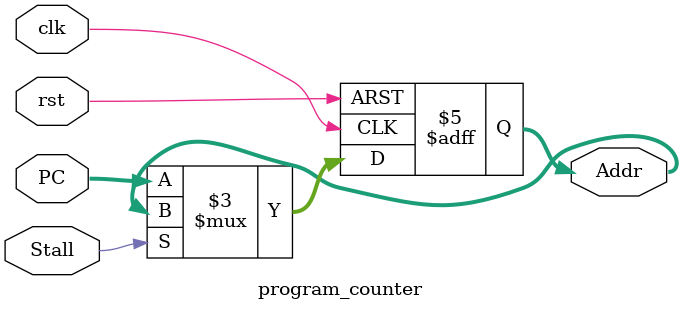
<source format=sv>
module program_counter (
	input  logic 		clk,rst,Stall,
	input  logic [31:0] PC,
	output logic [31:0] Addr
);


	 always_ff @ (posedge clk , posedge rst) begin
	 	if (rst) 
	   		Addr <= 32'd0;
	 	else if( ~Stall )
			Addr <= PC;
	end	
endmodule

</source>
